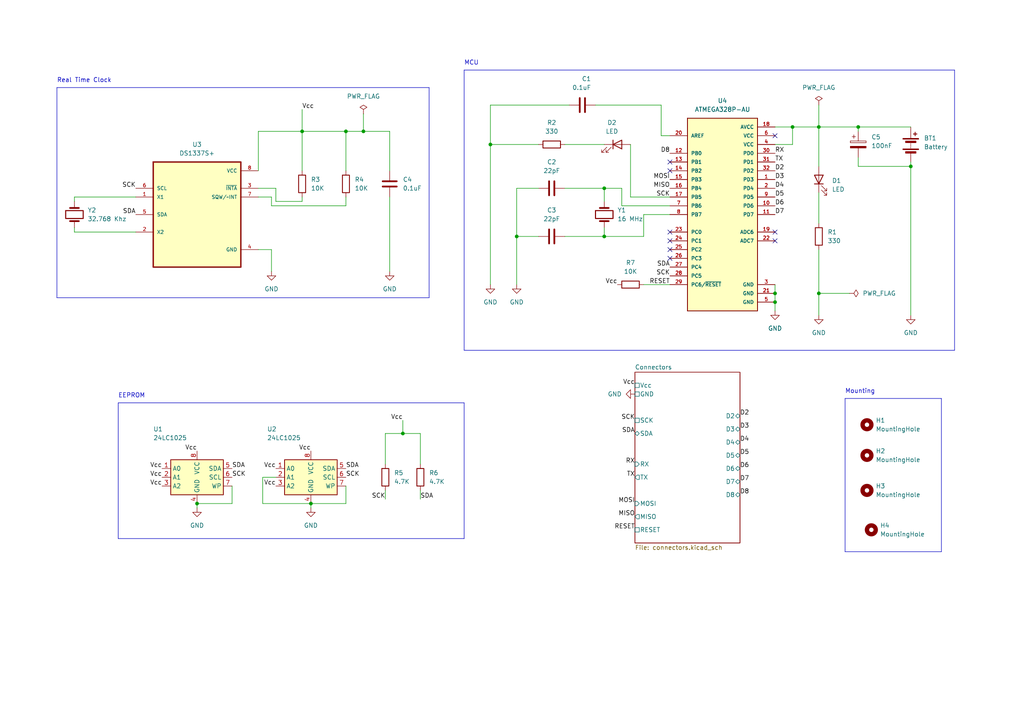
<source format=kicad_sch>
(kicad_sch (version 20230121) (generator eeschema)
  (paper "A4")
  (title_block (title "${project_name}") (date "2023-06-07") (rev "1.0"))
  (lib_symbols
    (symbol "ATMEGA328P-AU:ATMEGA328P-AU" (pin_names (offset 1.016))
      (property "Reference" "U4" (at 0 33.02 0))
      (property "Value" "ATMEGA328P-AU" (at 0 30.48 0))
      (symbol "ATMEGA328P-AU_0_0"
        (rectangle (start -10.16 -27.94) (end 10.16 27.94) (stroke (width 0.254)) (fill (type background)))
        (pin bidirectional line (at 15.24 10.16 180) (length 5.08) (name "PD3") (number "1"))
        (pin bidirectional line (at 15.24 2.54 180) (length 5.08) (name "PD6") (number "10"))
        (pin bidirectional line (at 15.24 0 180) (length 5.08) (name "PD7") (number "11"))
        (pin bidirectional line (at -15.24 17.78 0) (length 5.08) (name "PB0") (number "12"))
        (pin bidirectional line (at -15.24 15.24 0) (length 5.08) (name "PB1") (number "13"))
        (pin bidirectional line (at -15.24 12.7 0) (length 5.08) (name "PB2") (number "14"))
        (pin bidirectional line (at -15.24 10.16 0) (length 5.08) (name "PB3") (number "15"))
        (pin bidirectional line (at -15.24 7.62 0) (length 5.08) (name "PB4") (number "16"))
        (pin bidirectional line (at -15.24 5.08 0) (length 5.08) (name "PB5") (number "17"))
        (pin power_in line (at 15.24 25.4 180) (length 5.08) (name "AVCC") (number "18"))
        (pin bidirectional line (at 15.24 -5.08 180) (length 5.08) (name "ADC6") (number "19"))
        (pin bidirectional line (at 15.24 7.62 180) (length 5.08) (name "PD4") (number "2"))
        (pin input line (at -15.24 22.86 0) (length 5.08) (name "AREF") (number "20"))
        (pin power_in line (at 15.24 -22.86 180) (length 5.08) (name "GND") (number "21"))
        (pin bidirectional line (at 15.24 -7.62 180) (length 5.08) (name "ADC7") (number "22"))
        (pin bidirectional line (at -15.24 -5.08 0) (length 5.08) (name "PC0") (number "23"))
        (pin bidirectional line (at -15.24 -7.62 0) (length 5.08) (name "PC1") (number "24"))
        (pin bidirectional line (at -15.24 -10.16 0) (length 5.08) (name "PC2") (number "25"))
        (pin bidirectional line (at -15.24 -12.7 0) (length 5.08) (name "PC3") (number "26"))
        (pin bidirectional line (at -15.24 -15.24 0) (length 5.08) (name "PC4") (number "27"))
        (pin bidirectional line (at -15.24 -17.78 0) (length 5.08) (name "PC5") (number "28"))
        (pin bidirectional line (at -15.24 -20.32 0) (length 5.08) (name "PC6/~{RESET}") (number "29"))
        (pin power_in line (at 15.24 -20.32 180) (length 5.08) (name "GND") (number "3"))
        (pin bidirectional line (at 15.24 17.78 180) (length 5.08) (name "PD0") (number "30"))
        (pin bidirectional line (at 15.24 15.24 180) (length 5.08) (name "PD1") (number "31"))
        (pin bidirectional line (at 15.24 12.7 180) (length 5.08) (name "PD2") (number "32"))
        (pin power_in line (at 15.24 20.32 180) (length 5.08) (name "VCC") (number "4"))
        (pin power_in line (at 15.24 -25.4 180) (length 5.08) (name "GND") (number "5"))
        (pin power_in line (at 15.24 22.86 180) (length 5.08) (name "VCC") (number "6"))
        (pin bidirectional line (at -15.24 2.54 0) (length 5.08) (name "PB6") (number "7"))
        (pin bidirectional line (at -15.24 0 0) (length 5.08) (name "PB7") (number "8"))
        (pin bidirectional line (at 15.24 5.08 180) (length 5.08) (name "PD5") (number "9"))
      )
    )
    (symbol "DS1337S_:DS1337S+" (pin_names (offset 1.016))
      (property "Reference" "U" (at -12.7 16.24 0))
      (property "Value" "DS1337S+" (at -12.7 -19.24 0))
      (symbol "DS1337S+_0_0"
        (rectangle (start -12.7 -15.24) (end 12.7 15.24) (stroke (width 0.41)) (fill (type background)))
        (pin input line (at -17.78 5.08 0) (length 5.08) (name "X1") (number "1"))
        (pin bidirectional line (at -17.78 -5.08 0) (length 5.08) (name "X2") (number "2"))
        (pin output line (at 17.78 7.62 180) (length 5.08) (name "~{INTA}") (number "3"))
        (pin power_in line (at 17.78 -10.16 180) (length 5.08) (name "GND") (number "4"))
        (pin bidirectional line (at -17.78 0 0) (length 5.08) (name "SDA") (number "5"))
        (pin input line (at -17.78 7.62 0) (length 5.08) (name "SCL") (number "6"))
        (pin output line (at 17.78 5.08 180) (length 5.08) (name "SQW/~INT") (number "7"))
        (pin power_in line (at 17.78 12.7 180) (length 5.08) (name "VCC") (number "8"))
      )
    )
    (symbol "Device:Battery" (pin_numbers hide) (pin_names (offset 0) hide)
      (property "Reference" "BT" (at 2.54 2.54 0))
      (property "Value" "Battery" (at 2.54 0 0))
      (symbol "Battery_0_1"
        (rectangle (start -2.286 -1.27) (end 2.286 -1.524) (fill (type outline)))
        (rectangle (start -2.286 1.778) (end 2.286 1.524) (fill (type outline)))
        (rectangle (start -1.524 -2.032) (end 1.524 -2.54) (fill (type outline)))
        (rectangle (start -1.524 1.016) (end 1.524 0.508) (fill (type outline)))
        (polyline (pts (xy 0 -1.016) (xy 0 -0.762)))
        (polyline (pts (xy 0 -0.508) (xy 0 -0.254)))
        (polyline (pts (xy 0 0) (xy 0 0.254)))
        (polyline (pts (xy 0 1.778) (xy 0 2.54)))
        (polyline (pts (xy 0.762 3.048) (xy 1.778 3.048)) (stroke (width 0.254)))
        (polyline (pts (xy 1.27 3.556) (xy 1.27 2.54)) (stroke (width 0.254)))
      )
      (symbol "Battery_1_1"
        (pin passive line (at 0 5.08 270) (length 2.54) (name "+") (number "1"))
        (pin passive line (at 0 -5.08 90) (length 2.54) (name "-") (number "2"))
      )
    )
    (symbol "Device:C" (pin_numbers hide) (pin_names (offset 0.254))
      (property "Reference" "C" (at 0.635 2.54 0))
      (property "Value" "C" (at 0.635 -2.54 0))
      (symbol "C_0_1"
        (polyline (pts (xy -2.032 -0.762) (xy 2.032 -0.762)) (stroke (width 0.508)))
        (polyline (pts (xy -2.032 0.762) (xy 2.032 0.762)) (stroke (width 0.508)))
      )
      (symbol "C_1_1"
        (pin passive line (at 0 3.81 270) (length 2.794) (name "~") (number "1"))
        (pin passive line (at 0 -3.81 90) (length 2.794) (name "~") (number "2"))
      )
    )
    (symbol "Device:C_Polarized" (pin_numbers hide) (pin_names (offset 0.254))
      (property "Reference" "C" (at 0.635 2.54 0))
      (property "Value" "C_Polarized" (at 0.635 -2.54 0))
      (symbol "C_Polarized_0_1"
        (rectangle (start -2.286 0.508) (end 2.286 1.016))
        (polyline (pts (xy -1.778 2.286) (xy -0.762 2.286)))
        (polyline (pts (xy -1.27 2.794) (xy -1.27 1.778)))
        (rectangle (start 2.286 -0.508) (end -2.286 -1.016) (fill (type outline)))
      )
      (symbol "C_Polarized_1_1"
        (pin passive line (at 0 3.81 270) (length 2.794) (name "~") (number "1"))
        (pin passive line (at 0 -3.81 90) (length 2.794) (name "~") (number "2"))
      )
    )
    (symbol "Device:Crystal" (pin_numbers hide) (pin_names (offset 1.016) hide)
      (property "Reference" "Y" (at 0 3.81 0))
      (property "Value" "Crystal" (at 0 -3.81 0))
      (symbol "Crystal_0_1"
        (rectangle (start -1.143 2.54) (end 1.143 -2.54) (stroke (width 0.3048)))
        (polyline (pts (xy -2.54 0) (xy -1.905 0)))
        (polyline (pts (xy -1.905 -1.27) (xy -1.905 1.27)) (stroke (width 0.508)))
        (polyline (pts (xy 1.905 -1.27) (xy 1.905 1.27)) (stroke (width 0.508)))
        (polyline (pts (xy 2.54 0) (xy 1.905 0)))
      )
      (symbol "Crystal_1_1"
        (pin passive line (at -3.81 0 0) (length 1.27) (name "1") (number "1"))
        (pin passive line (at 3.81 0 180) (length 1.27) (name "2") (number "2"))
      )
    )
    (symbol "Device:LED" (pin_numbers hide) (pin_names (offset 1.016) hide)
      (property "Reference" "D" (at 0 2.54 0))
      (property "Value" "LED" (at 0 -2.54 0))
      (symbol "LED_0_1"
        (polyline (pts (xy -1.27 -1.27) (xy -1.27 1.27)) (stroke (width 0.254)))
        (polyline (pts (xy -1.27 0) (xy 1.27 0)))
        (polyline (pts (xy 1.27 -1.27) (xy 1.27 1.27) (xy -1.27 0) (xy 1.27 -1.27)) (stroke (width 0.254)))
        (polyline (pts (xy -3.048 -0.762) (xy -4.572 -2.286) (xy -3.81 -2.286) (xy -4.572 -2.286) (xy -4.572 -1.524)))
        (polyline (pts (xy -1.778 -0.762) (xy -3.302 -2.286) (xy -2.54 -2.286) (xy -3.302 -2.286) (xy -3.302 -1.524)))
      )
      (symbol "LED_1_1"
        (pin passive line (at -3.81 0 0) (length 2.54) (name "K") (number "1"))
        (pin passive line (at 3.81 0 180) (length 2.54) (name "A") (number "2"))
      )
    )
    (symbol "Device:R" (pin_numbers hide) (pin_names (offset 0))
      (property "Reference" "R" (at 2.032 0 90))
      (property "Value" "R" (at 0 0 90))
      (symbol "R_0_1"
        (rectangle (start -1.016 -2.54) (end 1.016 2.54) (stroke (width 0.254)))
      )
      (symbol "R_1_1"
        (pin passive line (at 0 3.81 270) (length 1.27) (name "~") (number "1"))
        (pin passive line (at 0 -3.81 90) (length 1.27) (name "~") (number "2"))
      )
    )
    (symbol "Mechanical:MountingHole" (pin_names (offset 1.016))
      (property "Reference" "H" (at 0 5.08 0))
      (property "Value" "MountingHole" (at 0 3.175 0))
      (symbol "MountingHole_0_1"
        (circle (center 0 0) (radius 1.27) (stroke (width 1.27)))
      )
    )
    (symbol "Memory_EEPROM:24LC1025"
      (property "Reference" "U" (at -6.35 6.35 0))
      (property "Value" "24LC1025" (at 1.27 6.35 0))
      (symbol "24LC1025_1_1"
        (rectangle (start -7.62 5.08) (end 7.62 -5.08) (stroke (width 0.254)) (fill (type background)))
        (pin input line (at -10.16 2.54 0) (length 2.54) (name "A0") (number "1"))
        (pin input line (at -10.16 0 0) (length 2.54) (name "A1") (number "2"))
        (pin input line (at -10.16 -2.54 0) (length 2.54) (name "A2") (number "3"))
        (pin power_in line (at 0 -7.62 90) (length 2.54) (name "GND") (number "4"))
        (pin bidirectional line (at 10.16 2.54 180) (length 2.54) (name "SDA") (number "5"))
        (pin input line (at 10.16 0 180) (length 2.54) (name "SCL") (number "6"))
        (pin input line (at 10.16 -2.54 180) (length 2.54) (name "WP") (number "7"))
        (pin power_in line (at 0 7.62 270) (length 2.54) (name "VCC") (number "8"))
      )
    )
    (symbol "power:GND" (power) (pin_names (offset 0))
      (property "Value" "GND" (at 0 -3.81 0))
      (symbol "GND_0_1"
        (polyline (pts (xy 0 0) (xy 0 -1.27) (xy 1.27 -1.27) (xy 0 -2.54) (xy -1.27 -1.27) (xy 0 -1.27)))
      )
      (symbol "GND_1_1"
        (pin power_in line (at 0 0 270) (length 0) hide (name "GND") (number "1"))
      )
    )
    (symbol "power:PWR_FLAG" (power) (pin_numbers hide) (pin_names (offset 0) hide)
      (property "Value" "PWR_FLAG" (at 0 3.81 0))
      (symbol "PWR_FLAG_0_0"
        (pin power_out line (at 0 0 90) (length 0) (name "pwr") (number "1"))
      )
      (symbol "PWR_FLAG_0_1"
        (polyline (pts (xy 0 0) (xy 0 1.27) (xy -1.016 1.905) (xy 0 2.54) (xy 1.016 1.905) (xy 0 1.27)))
      )
    )
  )
  (junction (at 175.26 54.61))
  (junction (at 90.17 146.05))
  (junction (at 100.33 38.1))
  (junction (at 142.24 41.91))
  (junction (at 149.86 68.58))
  (junction (at 105.41 38.1))
  (junction (at 57.15 146.05))
  (junction (at 87.63 38.1))
  (junction (at 248.92 36.83))
  (junction (at 175.26 68.58))
  (junction (at 224.79 85.09))
  (junction (at 229.87 36.83))
  (junction (at 224.79 87.63))
  (junction (at 237.49 85.09))
  (junction (at 237.49 36.83))
  (junction (at 264.16 48.26))
  (junction (at 116.84 125.73))
  (no_connect (at 194.31 74.93))
  (no_connect (at 224.79 39.37))
  (no_connect (at 194.31 69.85))
  (no_connect (at 194.31 67.31))
  (no_connect (at 194.31 46.99))
  (no_connect (at 194.31 49.53))
  (no_connect (at 224.79 67.31))
  (no_connect (at 224.79 69.85))
  (no_connect (at 194.31 72.39))
  (wire (pts (xy 100.33 140.97) (xy 100.33 146.05)))
  (wire (pts (xy 149.86 68.58) (xy 149.86 82.55)))
  (wire (pts (xy 248.92 48.26) (xy 264.16 48.26)))
  (wire (pts (xy 175.26 54.61) (xy 175.26 58.42)))
  (wire (pts (xy 105.41 38.1) (xy 113.03 38.1)))
  (wire (pts (xy 111.76 134.62) (xy 111.76 125.73)))
  (polyline (pts (xy 245.11 160.02) (xy 245.11 115.57)))
  (polyline (pts (xy 134.62 101.6) (xy 134.62 20.32)))
  (wire (pts (xy 111.76 125.73) (xy 116.84 125.73)))
  (wire (pts (xy 237.49 85.09) (xy 246.38 85.09)))
  (wire (pts (xy 121.92 142.24) (xy 121.92 144.78)))
  (polyline (pts (xy 16.51 25.4) (xy 16.51 86.36)))
  (wire (pts (xy 111.76 142.24) (xy 111.76 144.78)))
  (polyline (pts (xy 34.29 156.21) (xy 34.29 116.84)))
  (polyline (pts (xy 16.51 25.4) (xy 124.46 25.4)))
  (wire (pts (xy 121.92 125.73) (xy 121.92 134.62)))
  (wire (pts (xy 182.88 57.15) (xy 194.31 57.15)))
  (wire (pts (xy 229.87 36.83) (xy 237.49 36.83)))
  (wire (pts (xy 156.21 41.91) (xy 142.24 41.91)))
  (polyline (pts (xy 34.29 116.84) (xy 134.62 116.84)))
  (wire (pts (xy 80.01 138.43) (xy 76.2 138.43)))
  (wire (pts (xy 39.37 57.15) (xy 21.59 57.15)))
  (wire (pts (xy 172.72 30.48) (xy 191.77 30.48)))
  (wire (pts (xy 78.74 72.39) (xy 78.74 78.74)))
  (polyline (pts (xy 276.86 101.6) (xy 134.62 101.6)))
  (wire (pts (xy 74.93 49.53) (xy 74.93 38.1)))
  (wire (pts (xy 74.93 54.61) (xy 80.01 54.61)))
  (wire (pts (xy 76.2 138.43) (xy 76.2 146.05)))
  (wire (pts (xy 67.31 146.05) (xy 57.15 146.05)))
  (wire (pts (xy 90.17 146.05) (xy 90.17 147.32)))
  (wire (pts (xy 39.37 67.31) (xy 21.59 67.31)))
  (wire (pts (xy 76.2 146.05) (xy 90.17 146.05)))
  (wire (pts (xy 229.87 41.91) (xy 229.87 36.83)))
  (wire (pts (xy 87.63 58.42) (xy 87.63 57.15)))
  (polyline (pts (xy 124.46 86.36) (xy 16.51 86.36)))
  (polyline (pts (xy 273.05 115.57) (xy 273.05 160.02)))
  (wire (pts (xy 116.84 125.73) (xy 121.92 125.73)))
  (wire (pts (xy 80.01 54.61) (xy 80.01 58.42)))
  (wire (pts (xy 194.31 59.69) (xy 180.34 59.69)))
  (wire (pts (xy 237.49 72.39) (xy 237.49 85.09)))
  (wire (pts (xy 248.92 36.83) (xy 248.92 38.1)))
  (wire (pts (xy 237.49 30.48) (xy 237.49 36.83)))
  (wire (pts (xy 186.69 62.23) (xy 186.69 68.58)))
  (wire (pts (xy 165.1 30.48) (xy 142.24 30.48)))
  (wire (pts (xy 87.63 31.75) (xy 87.63 38.1)))
  (wire (pts (xy 142.24 41.91) (xy 142.24 82.55)))
  (wire (pts (xy 113.03 38.1) (xy 113.03 49.53)))
  (wire (pts (xy 237.49 55.88) (xy 237.49 64.77)))
  (wire (pts (xy 163.83 41.91) (xy 175.26 41.91)))
  (wire (pts (xy 186.69 68.58) (xy 175.26 68.58)))
  (wire (pts (xy 142.24 30.48) (xy 142.24 41.91)))
  (wire (pts (xy 237.49 36.83) (xy 248.92 36.83)))
  (wire (pts (xy 163.83 68.58) (xy 175.26 68.58)))
  (wire (pts (xy 248.92 36.83) (xy 264.16 36.83)))
  (wire (pts (xy 74.93 72.39) (xy 78.74 72.39)))
  (wire (pts (xy 191.77 39.37) (xy 194.31 39.37)))
  (polyline (pts (xy 134.62 156.21) (xy 34.29 156.21)))
  (polyline (pts (xy 273.05 160.02) (xy 245.11 160.02)))
  (wire (pts (xy 224.79 85.09) (xy 224.79 87.63)))
  (polyline (pts (xy 245.11 115.57) (xy 273.05 115.57)))
  (wire (pts (xy 78.74 59.69) (xy 100.33 59.69)))
  (wire (pts (xy 224.79 41.91) (xy 229.87 41.91)))
  (wire (pts (xy 78.74 57.15) (xy 78.74 59.69)))
  (wire (pts (xy 237.49 36.83) (xy 237.49 48.26)))
  (wire (pts (xy 116.84 121.92) (xy 116.84 125.73)))
  (wire (pts (xy 74.93 57.15) (xy 78.74 57.15)))
  (wire (pts (xy 57.15 146.05) (xy 57.15 147.32)))
  (wire (pts (xy 149.86 54.61) (xy 149.86 68.58)))
  (wire (pts (xy 113.03 57.15) (xy 113.03 78.74)))
  (wire (pts (xy 100.33 38.1) (xy 105.41 38.1)))
  (wire (pts (xy 175.26 66.04) (xy 175.26 68.58)))
  (wire (pts (xy 191.77 30.48) (xy 191.77 39.37)))
  (wire (pts (xy 74.93 38.1) (xy 87.63 38.1)))
  (wire (pts (xy 264.16 46.99) (xy 264.16 48.26)))
  (wire (pts (xy 100.33 146.05) (xy 90.17 146.05)))
  (polyline (pts (xy 134.62 20.32) (xy 276.86 20.32)))
  (wire (pts (xy 163.83 54.61) (xy 175.26 54.61)))
  (wire (pts (xy 224.79 87.63) (xy 224.79 90.17)))
  (wire (pts (xy 21.59 57.15) (xy 21.59 58.42)))
  (wire (pts (xy 80.01 58.42) (xy 87.63 58.42)))
  (wire (pts (xy 149.86 68.58) (xy 156.21 68.58)))
  (polyline (pts (xy 124.46 25.4) (xy 124.46 86.36)))
  (wire (pts (xy 224.79 36.83) (xy 229.87 36.83)))
  (wire (pts (xy 248.92 45.72) (xy 248.92 48.26)))
  (wire (pts (xy 264.16 48.26) (xy 264.16 91.44)))
  (wire (pts (xy 100.33 59.69) (xy 100.33 57.15)))
  (wire (pts (xy 180.34 59.69) (xy 180.34 54.61)))
  (wire (pts (xy 182.88 41.91) (xy 182.88 57.15)))
  (polyline (pts (xy 276.86 20.32) (xy 276.86 101.6)))
  (wire (pts (xy 180.34 54.61) (xy 175.26 54.61)))
  (wire (pts (xy 87.63 38.1) (xy 87.63 49.53)))
  (wire (pts (xy 186.69 82.55) (xy 194.31 82.55)))
  (wire (pts (xy 105.41 33.02) (xy 105.41 38.1)))
  (wire (pts (xy 156.21 54.61) (xy 149.86 54.61)))
  (wire (pts (xy 194.31 62.23) (xy 186.69 62.23)))
  (wire (pts (xy 100.33 38.1) (xy 100.33 49.53)))
  (wire (pts (xy 224.79 82.55) (xy 224.79 85.09)))
  (wire (pts (xy 237.49 85.09) (xy 237.49 91.44)))
  (polyline (pts (xy 134.62 116.84) (xy 134.62 156.21)))
  (wire (pts (xy 67.31 140.97) (xy 67.31 146.05)))
  (wire (pts (xy 21.59 67.31) (xy 21.59 66.04)))
  (wire (pts (xy 87.63 38.1) (xy 100.33 38.1)))
  (text "EEPROM" (at 34.29 115.57 0) (effects (font (size 1.27 1.27)) (justify left bottom)))
  (text "Mounting" (at 245.11 114.3 0) (effects (font (size 1.27 1.27)) (justify left bottom)))
  (text "MCU" (at 134.62 19.05 0) (effects (font (size 1.27 1.27)) (justify left bottom)))
  (text "Real Time Clock" (at 16.51 24.13 0) (effects (font (size 1.27 1.27)) (justify left bottom)))
  (label "Vcc" (at 46.99 140.97 180))
  (label "D3" (at 224.79 52.07 0))
  (label "RESET" (at 194.31 82.55 180))
  (label "D5" (at 224.79 57.15 0))
  (label "Vcc" (at 87.63 31.75 0))
  (label "D3" (at 214.63 124.46 0))
  (label "MOSI" (at 194.31 52.07 180))
  (label "D6" (at 214.63 135.89 0))
  (label "Vcc" (at 179.07 82.55 180))
  (label "Vcc" (at 46.99 135.89 180))
  (label "D7" (at 224.79 62.23 0))
  (label "SCK" (at 39.37 54.61 180))
  (label "SDA" (at 39.37 62.23 180))
  (label "SCK" (at 184.15 121.92 180))
  (label "SCK" (at 111.76 144.78 180))
  (label "MOSI" (at 184.15 146.05 180))
  (label "D2" (at 214.63 120.65 0))
  (label "D8" (at 214.63 143.51 0))
  (label "D7" (at 214.63 139.7 0))
  (label "SDA" (at 121.92 144.78 0))
  (label "D5" (at 214.63 132.08 0))
  (label "SCK" (at 67.31 138.43 0))
  (label "TX" (at 224.79 46.99 0))
  (label "Vcc" (at 90.17 130.81 180))
  (label "RESET" (at 184.15 153.67 180))
  (label "D6" (at 224.79 59.69 0))
  (label "SDA" (at 194.31 77.47 180))
  (label "RX" (at 224.79 44.45 0))
  (label "Vcc" (at 57.15 130.81 180))
  (label "Vcc" (at 116.84 121.92 180))
  (label "Vcc" (at 184.15 111.76 180))
  (label "Vcc" (at 80.01 135.89 180))
  (label "D2" (at 224.79 49.53 0))
  (label "Vcc" (at 80.01 140.97 180))
  (label "D4" (at 214.63 128.27 0))
  (label "SDA" (at 100.33 135.89 0))
  (label "SCK" (at 100.33 138.43 0))
  (label "SCK" (at 194.31 57.15 180))
  (label "SDA" (at 184.15 125.73 180))
  (label "RX" (at 184.15 134.62 180))
  (label "MISO" (at 184.15 149.86 180))
  (label "D4" (at 224.79 54.61 0))
  (label "Vcc" (at 46.99 138.43 180))
  (label "SCK" (at 194.31 80.01 180))
  (label "SDA" (at 67.31 135.89 0))
  (label "TX" (at 184.15 138.43 180))
  (label "MISO" (at 194.31 54.61 180))
  (label "D8" (at 194.31 44.45 180))
  (symbol (lib_id "power:GND") (at 142.24 82.55 0) (unit 1)
    (property "Reference" "#PWR09" (effects hide))
    (property "Value" "GND" (at 142.24 87.63 0))
  )
  (symbol (lib_id "power:PWR_FLAG") (at 105.41 33.02 0) (unit 1)
    (property "Reference" "#FLG03" (effects hide))
    (property "Value" "PWR_FLAG" (at 105.41 27.94 0))
  )
  (symbol (lib_id "power:GND") (at 149.86 82.55 0) (unit 1)
    (property "Reference" "#PWR08" (effects hide))
    (property "Value" "GND" (at 149.86 87.63 0))
  )
  (symbol (lib_id "Device:C") (at 160.02 68.58 90) (unit 1)
    (property "Reference" "C3" (at 160.02 60.96 90))
    (property "Value" "22pF" (at 160.02 63.5 90))
    (property "Footprint" "Capacitor_SMD:C_0805_2012Metric" (effects hide))
  )
  (symbol (lib_id "Device:R") (at 100.33 53.34 0) (unit 1)
    (property "Reference" "R4" (at 102.87 52.07 0) (effects (justify left)))
    (property "Value" "10K" (at 102.87 54.61 0) (effects (justify left)))
    (property "Footprint" "Resistor_SMD:R_0805_2012Metric" (effects hide))
  )
  (symbol (lib_id "power:GND") (at 264.16 91.44 0) (unit 1)
    (property "Reference" "#PWR07" (effects hide))
    (property "Value" "GND" (at 264.16 96.52 0))
  )
  (symbol (lib_id "power:GND") (at 237.49 91.44 0) (unit 1)
    (property "Reference" "#PWR06" (effects hide))
    (property "Value" "GND" (at 237.49 96.52 0))
  )
  (symbol (lib_id "power:GND") (at 78.74 78.74 0) (unit 1)
    (property "Reference" "#PWR01" (effects hide))
    (property "Value" "GND" (at 78.74 83.82 0))
  )
  (symbol (lib_id "Memory_EEPROM:24LC1025") (at 57.15 138.43 0) (unit 1)
    (property "Reference" "U1" (at 44.45 124.46 0) (effects (justify left)))
    (property "Value" "24LC1025" (at 44.45 127 0) (effects (justify left)))
    (property "Footprint" "Package_SO:SOIC-8_5.23x5.23mm_P1.27mm" (effects hide))
    (property "Datasheet" "http://ww1.microchip.com/downloads/en/DeviceDoc/21941B.pdf" (effects hide))
  )
  (symbol (lib_id "Device:R") (at 121.92 138.43 0) (unit 1)
    (property "Reference" "R6" (at 124.46 137.16 0) (effects (justify left)))
    (property "Value" "4.7K" (at 124.46 139.7 0) (effects (justify left)))
    (property "Footprint" "Resistor_SMD:R_0805_2012Metric" (effects hide))
  )
  (symbol (lib_id "Device:Crystal") (at 175.26 62.23 90) (unit 1)
    (property "Reference" "Y1" (at 179.07 60.96 90) (effects (justify right)))
    (property "Value" "16 MHz" (at 179.07 63.5 90) (effects (justify right)))
    (property "Footprint" "Crystal:Crystal_SMD_5032-2Pin_5.0x3.2mm_HandSoldering" (effects hide))
  )
  (symbol (lib_id "Mechanical:MountingHole") (at 252.73 153.67 0) (unit 1)
    (property "Reference" "H4" (at 255.27 152.4 0) (effects (justify left)))
    (property "Value" "MountingHole" (at 255.27 154.94 0) (effects (justify left)))
    (property "Footprint" "MountingHole:MountingHole_2.1mm" (effects hide))
  )
  (symbol (lib_id "Device:R") (at 87.63 53.34 0) (unit 1)
    (property "Reference" "R3" (at 90.17 52.07 0) (effects (justify left)))
    (property "Value" "10K" (at 90.17 54.61 0) (effects (justify left)))
    (property "Footprint" "Resistor_SMD:R_0805_2012Metric" (effects hide))
  )
  (symbol (lib_id "power:GND") (at 90.17 147.32 0) (unit 1)
    (property "Reference" "#PWR04" (effects hide))
    (property "Value" "GND" (at 90.17 152.4 0))
  )
  (symbol (lib_id "Memory_EEPROM:24LC1025") (at 90.17 138.43 0) (unit 1)
    (property "Reference" "U2" (at 77.47 124.46 0) (effects (justify left)))
    (property "Value" "24LC1025" (at 77.47 127 0) (effects (justify left)))
    (property "Footprint" "Package_SO:SOIC-8_5.23x5.23mm_P1.27mm" (effects hide))
    (property "Datasheet" "http://ww1.microchip.com/downloads/en/DeviceDoc/21941B.pdf" (effects hide))
  )
  (symbol (lib_id "Device:C") (at 113.03 53.34 0) (unit 1)
    (property "Reference" "C4" (at 116.84 52.07 0) (effects (justify left)))
    (property "Value" "0.1uF" (at 116.84 54.61 0) (effects (justify left)))
    (property "Footprint" "Capacitor_SMD:C_0805_2012Metric" (effects hide))
  )
  (symbol (lib_id "Mechanical:MountingHole") (at 251.46 142.24 0) (unit 1)
    (property "Reference" "H3" (at 254 140.97 0) (effects (justify left)))
    (property "Value" "MountingHole" (at 254 143.51 0) (effects (justify left)))
    (property "Footprint" "MountingHole:MountingHole_2.1mm" (effects hide))
  )
  (symbol (lib_id "Device:C_Polarized") (at 248.92 41.91 0) (unit 1)
    (property "Reference" "C5" (at 252.73 39.751 0) (effects (justify left)))
    (property "Value" "100nF" (at 252.73 42.291 0) (effects (justify left)))
    (property "Footprint" "Capacitor_SMD:C_0805_2012Metric" (effects hide))
  )
  (symbol (lib_id "Device:C") (at 168.91 30.48 90) (unit 1)
    (property "Reference" "C1" (at 171.45 22.86 90) (effects (justify left)))
    (property "Value" "0.1uF" (at 171.45 25.4 90) (effects (justify left)))
    (property "Footprint" "Capacitor_SMD:C_0805_2012Metric" (effects hide))
  )
  (symbol (lib_id "Device:LED") (at 179.07 41.91 0) (unit 1)
    (property "Reference" "D2" (at 177.4825 35.56 0))
    (property "Value" "LED" (at 177.4825 38.1 0))
    (property "Footprint" "LED_SMD:LED_0805_2012Metric" (effects hide))
  )
  (symbol (lib_id "power:PWR_FLAG") (at 246.38 85.09 270) (unit 1)
    (property "Reference" "#FLG02" (effects hide))
    (property "Value" "PWR_FLAG" (at 250.19 85.09 90) (effects (justify left)))
  )
  (symbol (lib_id "Device:R") (at 111.76 138.43 0) (unit 1)
    (property "Reference" "R5" (at 114.3 137.16 0) (effects (justify left)))
    (property "Value" "4.7K" (at 114.3 139.7 0) (effects (justify left)))
    (property "Footprint" "Resistor_SMD:R_0805_2012Metric" (effects hide))
  )
  (symbol (lib_id "Device:R") (at 237.49 68.58 0) (unit 1)
    (property "Reference" "R1" (at 240.03 67.31 0) (effects (justify left)))
    (property "Value" "330" (at 240.03 69.85 0) (effects (justify left)))
    (property "Footprint" "Resistor_SMD:R_0805_2012Metric" (effects hide))
  )
  (symbol (lib_id "Mechanical:MountingHole") (at 251.46 123.19 0) (unit 1)
    (property "Reference" "H1" (at 254 121.92 0) (effects (justify left)))
    (property "Value" "MountingHole" (at 254 124.46 0) (effects (justify left)))
    (property "Footprint" "MountingHole:MountingHole_2.1mm" (effects hide))
  )
  (symbol (lib_id "Device:R") (at 160.02 41.91 90) (unit 1)
    (property "Reference" "R2" (at 160.02 35.56 90))
    (property "Value" "330" (at 160.02 38.1 90))
    (property "Footprint" "Resistor_SMD:R_0805_2012Metric" (effects hide))
  )
  (symbol (lib_id "power:GND") (at 184.15 114.3 270) (unit 1)
    (property "Reference" "#PWR010" (effects hide))
    (property "Value" "GND" (at 180.34 114.3 90) (effects (justify right)))
  )
  (symbol (lib_id "power:GND") (at 113.03 78.74 0) (unit 1)
    (property "Reference" "#PWR02" (effects hide))
    (property "Value" "GND" (at 113.03 83.82 0))
  )
  (symbol (lib_id "Device:LED") (at 237.49 52.07 90) (unit 1)
    (property "Reference" "D1" (at 241.3 52.3875 90) (effects (justify right)))
    (property "Value" "LED" (at 241.3 54.9275 90) (effects (justify right)))
    (property "Footprint" "LED_SMD:LED_0805_2012Metric" (effects hide))
  )
  (symbol (lib_id "Device:Battery") (at 264.16 41.91 0) (unit 1)
    (property "Reference" "BT1" (at 267.97 40.0685 0) (effects (justify left)))
    (property "Value" "Battery" (at 267.97 42.6085 0) (effects (justify left)))
    (property "Footprint" "Connector_PinHeader_2.54mm:PinHeader_1x02_P2.54mm_Vertical" (effects hide))
  )
  (symbol (lib_id "Mechanical:MountingHole") (at 251.46 132.08 0) (unit 1)
    (property "Reference" "H2" (at 254 130.81 0) (effects (justify left)))
    (property "Value" "MountingHole" (at 254 133.35 0) (effects (justify left)))
    (property "Footprint" "MountingHole:MountingHole_2.1mm" (effects hide))
  )
  (symbol (lib_id "Device:Crystal") (at 21.59 62.23 90) (unit 1)
    (property "Reference" "Y2" (at 25.4 60.96 90) (effects (justify right)))
    (property "Value" "32.768 Khz" (at 25.4 63.5 90) (effects (justify right)))
    (property "Footprint" "Crystal:Crystal_SMD_5032-2Pin_5.0x3.2mm_HandSoldering" (effects hide))
  )
  (symbol (lib_id "Device:R") (at 182.88 82.55 90) (unit 1)
    (property "Reference" "R7" (at 182.88 76.2 90))
    (property "Value" "10K" (at 182.88 78.74 90))
    (property "Footprint" "Resistor_SMD:R_0805_2012Metric" (effects hide))
  )
  (symbol (lib_id "Device:C") (at 160.02 54.61 90) (unit 1)
    (property "Reference" "C2" (at 160.02 46.99 90))
    (property "Value" "22pF" (at 160.02 49.53 90))
    (property "Footprint" "Capacitor_SMD:C_0805_2012Metric" (effects hide))
  )
  (symbol (lib_id "power:GND") (at 57.15 147.32 0) (unit 1)
    (property "Reference" "#PWR03" (effects hide))
    (property "Value" "GND" (at 57.15 152.4 0))
  )
  (symbol (lib_id "power:GND") (at 224.79 90.17 0) (unit 1)
    (property "Reference" "#PWR05" (effects hide))
    (property "Value" "GND" (at 224.79 95.25 0))
  )
  (symbol (lib_id "DS1337S_:DS1337S+") (at 57.15 62.23 0) (unit 1)
    (property "Reference" "U3" (at 57.15 41.91 0))
    (property "Value" "DS1337S+" (at 57.15 44.45 0))
    (property "Footprint" "DS1337S_:SOIC127P600X175-8N" (effects hide))
  )
  (symbol (lib_id "ATMEGA328P-AU:ATMEGA328P-AU") (at 209.55 62.23 0) (unit 1)
    (property "Reference" "U4" (at 209.55 29.21 0))
    (property "Value" "ATMEGA328P-AU" (at 209.55 31.75 0))
    (property "Footprint" "ATMEGA328P-AU:QFP80P900X900X120-32N" (effects hide))
    (property "MANUFACTURER" "Atmel" (effects hide))
  )
  (symbol (lib_id "power:PWR_FLAG") (at 237.49 30.48 0) (unit 1)
    (property "Reference" "#FLG01" (effects hide))
    (property "Value" "PWR_FLAG" (at 237.49 25.4 0))
  )
  (sheet (at 184.15 107.95) (size 30.48 49.53) (stroke (width 0.1524))
    (property "Sheetname" "Connectors" (at 184.15 107.2384 0) (effects (justify left bottom)))
    (property "Sheetfile" "connectors.kicad_sch" (at 184.15 158.0646 0) (effects (justify left top)))
    (pin "RX" input (at 184.15 134.62 180))
    (pin "Vcc" passive (at 184.15 111.76 180))
    (pin "TX" output (at 184.15 138.43 180))
    (pin "GND" passive (at 184.15 114.3 180))
    (pin "D4" bidirectional (at 214.63 128.27 0))
    (pin "D2" bidirectional (at 214.63 120.65 0))
    (pin "D8" bidirectional (at 214.63 143.51 0))
    (pin "SCK" passive (at 184.15 121.92 180))
    (pin "SDA" bidirectional (at 184.15 125.73 180))
    (pin "D3" bidirectional (at 214.63 124.46 0))
    (pin "D5" bidirectional (at 214.63 132.08 0))
    (pin "D6" bidirectional (at 214.63 135.89 0))
    (pin "D7" bidirectional (at 214.63 139.7 0))
    (pin "MOSI" input (at 184.15 146.05 180))
    (pin "MISO" output (at 184.15 149.86 180))
    (pin "RESET" passive (at 184.15 153.67 180))
  )
)
</source>
